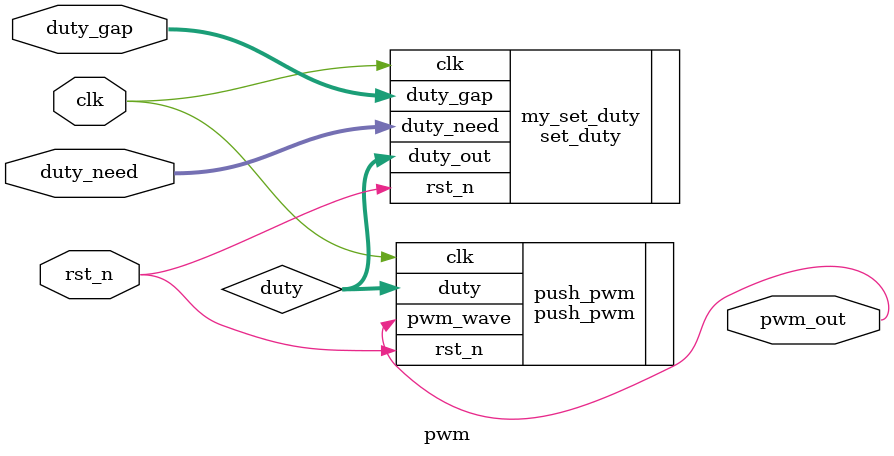
<source format=v>


module pwm(
    input clk,//输入时钟50MHz
    input rst_n,
    input [19:0] duty_need,
    input [11:0] duty_gap,
    output pwm_out
);

    wire [19:0] duty;

    set_duty my_set_duty(
        .clk(clk),
        .rst_n(rst_n),
        .duty_need(duty_need),
        .duty_gap(duty_gap),
        .duty_out(duty)
    );

    push_pwm push_pwm(
        .clk(clk),
        .rst_n(rst_n),
        .duty(duty),
        .pwm_wave(pwm_out)
    );

endmodule
</source>
